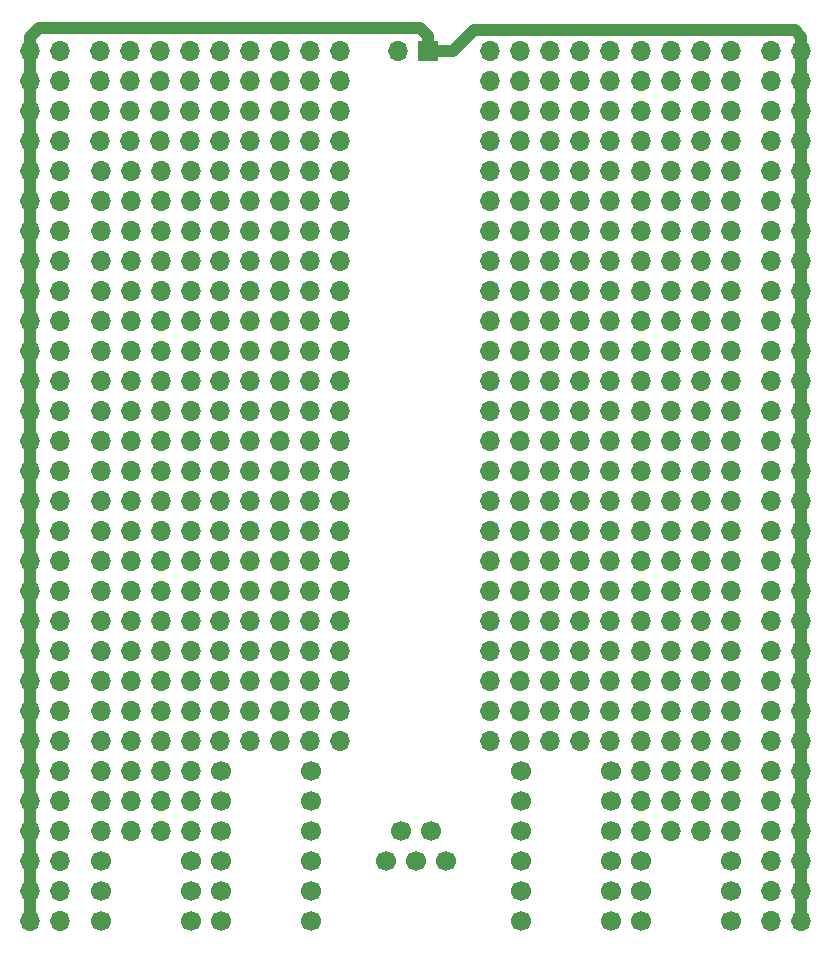
<source format=gbl>
G04 #@! TF.GenerationSoftware,KiCad,Pcbnew,(5.1.0)-1*
G04 #@! TF.CreationDate,2020-08-15T17:28:16-05:00*
G04 #@! TF.ProjectId,AltbierProto,416c7462-6965-4725-9072-6f746f2e6b69,rev?*
G04 #@! TF.SameCoordinates,Original*
G04 #@! TF.FileFunction,Copper,L2,Bot*
G04 #@! TF.FilePolarity,Positive*
%FSLAX46Y46*%
G04 Gerber Fmt 4.6, Leading zero omitted, Abs format (unit mm)*
G04 Created by KiCad (PCBNEW (5.1.0)-1) date 2020-08-15 17:28:16*
%MOMM*%
%LPD*%
G04 APERTURE LIST*
%ADD10C,1.700000*%
%ADD11O,1.700000X1.700000*%
%ADD12R,1.700000X1.700000*%
%ADD13C,1.000000*%
G04 APERTURE END LIST*
D10*
X132230000Y-123900000D03*
X124610000Y-123900000D03*
X132230000Y-126430000D03*
X124610000Y-126430000D03*
X132230000Y-128970000D03*
X124610000Y-128970000D03*
X122070000Y-128970000D03*
X114450000Y-128970000D03*
X122070000Y-126430000D03*
X114450000Y-126430000D03*
X122070000Y-123900000D03*
X114450000Y-123900000D03*
X150040000Y-123890000D03*
X157660000Y-123890000D03*
X150040000Y-126430000D03*
X157660000Y-126430000D03*
X150040000Y-128970000D03*
X157660000Y-128970000D03*
X157660000Y-116250000D03*
X150040000Y-116250000D03*
X124610000Y-116300000D03*
X132230000Y-116300000D03*
X124610000Y-121380000D03*
X132230000Y-121380000D03*
X132230000Y-118840000D03*
X124610000Y-118840000D03*
D11*
X157610000Y-67995000D03*
X155070000Y-67995000D03*
X152530000Y-67995000D03*
X149990000Y-67995000D03*
X147450000Y-67995000D03*
X134750000Y-67995000D03*
X132210000Y-67995000D03*
X129670000Y-67995000D03*
X127130000Y-67995000D03*
X124590000Y-67995000D03*
D10*
X150040000Y-118790000D03*
X157660000Y-118790000D03*
X157660000Y-121330000D03*
X150040000Y-121330000D03*
X167820000Y-123880000D03*
X160200000Y-123880000D03*
X167820000Y-126420000D03*
X160200000Y-126420000D03*
X167820000Y-128960000D03*
X160200000Y-128960000D03*
X139850000Y-121330000D03*
X142390000Y-121330000D03*
X138580000Y-123870000D03*
X143660000Y-123870000D03*
X141120000Y-123870000D03*
D11*
X139650000Y-55320000D03*
D12*
X142190000Y-55320000D03*
D11*
X171240000Y-55320000D03*
X173780000Y-128980000D03*
X171240000Y-128980000D03*
X173780000Y-126440000D03*
X171240000Y-126440000D03*
X173780000Y-123900000D03*
X171240000Y-123900000D03*
X173780000Y-121360000D03*
X171240000Y-121360000D03*
X173780000Y-118820000D03*
X171240000Y-118820000D03*
X173780000Y-116280000D03*
X171240000Y-116280000D03*
X173780000Y-113740000D03*
X171240000Y-113740000D03*
X173780000Y-111200000D03*
X171240000Y-111200000D03*
X173780000Y-108660000D03*
X171240000Y-108660000D03*
X173780000Y-106120000D03*
X171240000Y-106120000D03*
X173780000Y-103580000D03*
X171240000Y-103580000D03*
X173780000Y-101040000D03*
X171240000Y-101040000D03*
X173780000Y-98500000D03*
X171240000Y-98500000D03*
X173780000Y-95960000D03*
X171240000Y-95960000D03*
X173780000Y-93420000D03*
X171240000Y-93420000D03*
X173780000Y-90880000D03*
X171240000Y-90880000D03*
X173780000Y-88340000D03*
X171240000Y-88340000D03*
X173780000Y-85800000D03*
X171240000Y-85800000D03*
X173780000Y-83260000D03*
X171240000Y-83260000D03*
X173780000Y-80720000D03*
X171240000Y-80720000D03*
X173780000Y-78180000D03*
X171240000Y-78180000D03*
X173780000Y-75640000D03*
X171240000Y-75640000D03*
X173780000Y-73100000D03*
X171240000Y-73100000D03*
X173780000Y-70560000D03*
X171240000Y-70560000D03*
X173780000Y-68020000D03*
X171240000Y-68020000D03*
X173780000Y-65480000D03*
X171240000Y-65480000D03*
X173780000Y-62940000D03*
X171240000Y-62940000D03*
X173780000Y-60400000D03*
X171240000Y-60400000D03*
X173780000Y-57860000D03*
X171240000Y-57860000D03*
X173780000Y-55320000D03*
X111000000Y-55320000D03*
X108460000Y-57860000D03*
X111000000Y-57860000D03*
X108460000Y-60400000D03*
X111000000Y-60400000D03*
X108460000Y-62940000D03*
X111000000Y-62940000D03*
X108460000Y-65480000D03*
X111000000Y-65480000D03*
X108460000Y-68020000D03*
X111000000Y-68020000D03*
X108460000Y-70560000D03*
X111000000Y-70560000D03*
X108460000Y-73100000D03*
X111000000Y-73100000D03*
X108460000Y-75640000D03*
X111000000Y-75640000D03*
X108460000Y-78180000D03*
X111000000Y-78180000D03*
X108460000Y-80720000D03*
X111000000Y-80720000D03*
X108460000Y-83260000D03*
X111000000Y-83260000D03*
X108460000Y-85800000D03*
X111000000Y-85800000D03*
X108460000Y-88340000D03*
X111000000Y-88340000D03*
X108460000Y-90880000D03*
X111000000Y-90880000D03*
X108460000Y-93420000D03*
X111000000Y-93420000D03*
X108460000Y-95960000D03*
X111000000Y-95960000D03*
X108460000Y-98500000D03*
X111000000Y-98500000D03*
X108460000Y-101040000D03*
X111000000Y-101040000D03*
X108460000Y-103580000D03*
X111000000Y-103580000D03*
X108460000Y-106120000D03*
X111000000Y-106120000D03*
X108460000Y-108660000D03*
X111000000Y-108660000D03*
X108460000Y-111200000D03*
X111000000Y-111200000D03*
X108460000Y-113740000D03*
X111000000Y-113740000D03*
X108460000Y-116280000D03*
X111000000Y-116280000D03*
X108460000Y-118820000D03*
X111000000Y-118820000D03*
X108460000Y-121360000D03*
X111000000Y-121360000D03*
X108460000Y-123900000D03*
X111000000Y-123900000D03*
X108460000Y-126440000D03*
X111000000Y-126440000D03*
X108460000Y-128980000D03*
X111000000Y-128980000D03*
X108460000Y-55320000D03*
X122080000Y-111210000D03*
X119540000Y-111210000D03*
X117000000Y-111210000D03*
X114460000Y-111210000D03*
X122080000Y-101050000D03*
X119540000Y-101050000D03*
X117000000Y-101050000D03*
X114460000Y-101050000D03*
X114450000Y-90890000D03*
X116990000Y-90890000D03*
X119530000Y-90890000D03*
X122070000Y-90890000D03*
X122070000Y-83270000D03*
X119530000Y-83270000D03*
X116990000Y-83270000D03*
X114450000Y-83270000D03*
X114460000Y-103590000D03*
X117000000Y-103590000D03*
X119540000Y-103590000D03*
X122080000Y-103590000D03*
X122070000Y-93430000D03*
X119530000Y-93430000D03*
X116990000Y-93430000D03*
X114450000Y-93430000D03*
X122070000Y-85810000D03*
X119530000Y-85810000D03*
X116990000Y-85810000D03*
X114450000Y-85810000D03*
X114450000Y-88350000D03*
X116990000Y-88350000D03*
X119530000Y-88350000D03*
X122070000Y-88350000D03*
X122080000Y-98510000D03*
X119540000Y-98510000D03*
X117000000Y-98510000D03*
X114460000Y-98510000D03*
X114460000Y-95970000D03*
X117000000Y-95970000D03*
X119540000Y-95970000D03*
X122080000Y-95970000D03*
X122070000Y-75650000D03*
X119530000Y-75650000D03*
X116990000Y-75650000D03*
X114450000Y-75650000D03*
X114450000Y-80730000D03*
X116990000Y-80730000D03*
X119530000Y-80730000D03*
X122070000Y-80730000D03*
X122080000Y-108670000D03*
X119540000Y-108670000D03*
X117000000Y-108670000D03*
X114460000Y-108670000D03*
X114450000Y-78190000D03*
X116990000Y-78190000D03*
X119530000Y-78190000D03*
X122070000Y-78190000D03*
X114460000Y-106130000D03*
X117000000Y-106130000D03*
X119540000Y-106130000D03*
X122080000Y-106130000D03*
X114450000Y-116290000D03*
X116990000Y-116290000D03*
X119530000Y-116290000D03*
X122070000Y-116290000D03*
X122070000Y-121370000D03*
X119530000Y-121370000D03*
X116990000Y-121370000D03*
X114450000Y-121370000D03*
X114460000Y-113750000D03*
X117000000Y-113750000D03*
X119540000Y-113750000D03*
X122080000Y-113750000D03*
X122070000Y-118830000D03*
X119530000Y-118830000D03*
X116990000Y-118830000D03*
X114450000Y-118830000D03*
X114450000Y-70570000D03*
X116990000Y-70570000D03*
X119530000Y-70570000D03*
X122070000Y-70570000D03*
X122060000Y-60410000D03*
X119520000Y-60410000D03*
X116980000Y-60410000D03*
X114440000Y-60410000D03*
X122070000Y-73110000D03*
X119530000Y-73110000D03*
X116990000Y-73110000D03*
X114450000Y-73110000D03*
X114440000Y-62950000D03*
X116980000Y-62950000D03*
X119520000Y-62950000D03*
X122060000Y-62950000D03*
X122060000Y-57870000D03*
X119520000Y-57870000D03*
X116980000Y-57870000D03*
X114440000Y-57870000D03*
X122070000Y-65490000D03*
X119530000Y-65490000D03*
X116990000Y-65490000D03*
X114450000Y-65490000D03*
X114450000Y-68030000D03*
X116990000Y-68030000D03*
X119530000Y-68030000D03*
X122070000Y-68030000D03*
X114440000Y-55330000D03*
X116980000Y-55330000D03*
X119520000Y-55330000D03*
X122060000Y-55330000D03*
X167810000Y-116260000D03*
X165270000Y-116260000D03*
X162730000Y-116260000D03*
X160190000Y-116260000D03*
X160190000Y-118800000D03*
X162730000Y-118800000D03*
X165270000Y-118800000D03*
X167810000Y-118800000D03*
X160190000Y-121340000D03*
X162730000Y-121340000D03*
X165270000Y-121340000D03*
X167810000Y-121340000D03*
X167820000Y-113720000D03*
X165280000Y-113720000D03*
X162740000Y-113720000D03*
X160200000Y-113720000D03*
X167820000Y-106100000D03*
X165280000Y-106100000D03*
X162740000Y-106100000D03*
X160200000Y-106100000D03*
X160200000Y-111180000D03*
X162740000Y-111180000D03*
X165280000Y-111180000D03*
X167820000Y-111180000D03*
X160200000Y-108640000D03*
X162740000Y-108640000D03*
X165280000Y-108640000D03*
X167820000Y-108640000D03*
X160200000Y-101020000D03*
X162740000Y-101020000D03*
X165280000Y-101020000D03*
X167820000Y-101020000D03*
X167810000Y-90860000D03*
X165270000Y-90860000D03*
X162730000Y-90860000D03*
X160190000Y-90860000D03*
X167820000Y-103560000D03*
X165280000Y-103560000D03*
X162740000Y-103560000D03*
X160200000Y-103560000D03*
X160190000Y-93400000D03*
X162730000Y-93400000D03*
X165270000Y-93400000D03*
X167810000Y-93400000D03*
X167810000Y-88320000D03*
X165270000Y-88320000D03*
X162730000Y-88320000D03*
X160190000Y-88320000D03*
X167820000Y-95940000D03*
X165280000Y-95940000D03*
X162740000Y-95940000D03*
X160200000Y-95940000D03*
X160200000Y-98480000D03*
X162740000Y-98480000D03*
X165280000Y-98480000D03*
X167820000Y-98480000D03*
X160190000Y-85780000D03*
X162730000Y-85780000D03*
X165270000Y-85780000D03*
X167810000Y-85780000D03*
X167810000Y-80700000D03*
X165270000Y-80700000D03*
X162730000Y-80700000D03*
X160190000Y-80700000D03*
X160190000Y-83240000D03*
X162730000Y-83240000D03*
X165270000Y-83240000D03*
X167810000Y-83240000D03*
X167810000Y-78160000D03*
X165270000Y-78160000D03*
X162730000Y-78160000D03*
X160190000Y-78160000D03*
X160190000Y-75620000D03*
X162730000Y-75620000D03*
X165270000Y-75620000D03*
X167810000Y-75620000D03*
X167810000Y-70540000D03*
X165270000Y-70540000D03*
X162730000Y-70540000D03*
X160190000Y-70540000D03*
X160190000Y-73080000D03*
X162730000Y-73080000D03*
X165270000Y-73080000D03*
X167810000Y-73080000D03*
X167810000Y-68000000D03*
X165270000Y-68000000D03*
X162730000Y-68000000D03*
X160190000Y-68000000D03*
X160190000Y-65460000D03*
X162730000Y-65460000D03*
X165270000Y-65460000D03*
X167810000Y-65460000D03*
X167800000Y-62920000D03*
X165260000Y-62920000D03*
X162720000Y-62920000D03*
X160180000Y-62920000D03*
X160180000Y-60380000D03*
X162720000Y-60380000D03*
X165260000Y-60380000D03*
X167800000Y-60380000D03*
X160180000Y-57840000D03*
X162720000Y-57840000D03*
X165260000Y-57840000D03*
X167800000Y-57840000D03*
X167800000Y-55300000D03*
X165260000Y-55300000D03*
X162720000Y-55300000D03*
X160180000Y-55300000D03*
X124590000Y-95935000D03*
X127130000Y-95935000D03*
X129670000Y-95935000D03*
X132210000Y-95935000D03*
X134750000Y-95935000D03*
X147450000Y-95935000D03*
X149990000Y-95935000D03*
X152530000Y-95935000D03*
X155070000Y-95935000D03*
X157610000Y-95935000D03*
X157610000Y-106095000D03*
X155070000Y-106095000D03*
X152530000Y-106095000D03*
X149990000Y-106095000D03*
X147450000Y-106095000D03*
X134750000Y-106095000D03*
X132210000Y-106095000D03*
X129670000Y-106095000D03*
X127130000Y-106095000D03*
X124590000Y-106095000D03*
X157610000Y-113715000D03*
X155070000Y-113715000D03*
X152530000Y-113715000D03*
X149990000Y-113715000D03*
X147450000Y-113715000D03*
X134750000Y-113715000D03*
X132210000Y-113715000D03*
X129670000Y-113715000D03*
X127130000Y-113715000D03*
X124590000Y-113715000D03*
X124590000Y-111175000D03*
X127130000Y-111175000D03*
X129670000Y-111175000D03*
X132210000Y-111175000D03*
X134750000Y-111175000D03*
X147450000Y-111175000D03*
X149990000Y-111175000D03*
X152530000Y-111175000D03*
X155070000Y-111175000D03*
X157610000Y-111175000D03*
X124590000Y-108635000D03*
X127130000Y-108635000D03*
X129670000Y-108635000D03*
X132210000Y-108635000D03*
X134750000Y-108635000D03*
X147450000Y-108635000D03*
X149990000Y-108635000D03*
X152530000Y-108635000D03*
X155070000Y-108635000D03*
X157610000Y-108635000D03*
X157610000Y-98475000D03*
X155070000Y-98475000D03*
X152530000Y-98475000D03*
X149990000Y-98475000D03*
X147450000Y-98475000D03*
X134750000Y-98475000D03*
X132210000Y-98475000D03*
X129670000Y-98475000D03*
X127130000Y-98475000D03*
X124590000Y-98475000D03*
X124590000Y-103555000D03*
X127130000Y-103555000D03*
X129670000Y-103555000D03*
X132210000Y-103555000D03*
X134750000Y-103555000D03*
X147450000Y-103555000D03*
X149990000Y-103555000D03*
X152530000Y-103555000D03*
X155070000Y-103555000D03*
X157610000Y-103555000D03*
X157610000Y-101015000D03*
X155070000Y-101015000D03*
X152530000Y-101015000D03*
X149990000Y-101015000D03*
X147450000Y-101015000D03*
X134750000Y-101015000D03*
X132210000Y-101015000D03*
X129670000Y-101015000D03*
X127130000Y-101015000D03*
X124590000Y-101015000D03*
X124590000Y-75615000D03*
X127130000Y-75615000D03*
X129670000Y-75615000D03*
X132210000Y-75615000D03*
X134750000Y-75615000D03*
X147450000Y-75615000D03*
X149990000Y-75615000D03*
X152530000Y-75615000D03*
X155070000Y-75615000D03*
X157610000Y-75615000D03*
X157610000Y-85775000D03*
X155070000Y-85775000D03*
X152530000Y-85775000D03*
X149990000Y-85775000D03*
X147450000Y-85775000D03*
X134750000Y-85775000D03*
X132210000Y-85775000D03*
X129670000Y-85775000D03*
X127130000Y-85775000D03*
X124590000Y-85775000D03*
X157610000Y-93395000D03*
X155070000Y-93395000D03*
X152530000Y-93395000D03*
X149990000Y-93395000D03*
X147450000Y-93395000D03*
X134750000Y-93395000D03*
X132210000Y-93395000D03*
X129670000Y-93395000D03*
X127130000Y-93395000D03*
X124590000Y-93395000D03*
X124590000Y-90855000D03*
X127130000Y-90855000D03*
X129670000Y-90855000D03*
X132210000Y-90855000D03*
X134750000Y-90855000D03*
X147450000Y-90855000D03*
X149990000Y-90855000D03*
X152530000Y-90855000D03*
X155070000Y-90855000D03*
X157610000Y-90855000D03*
X124590000Y-88315000D03*
X127130000Y-88315000D03*
X129670000Y-88315000D03*
X132210000Y-88315000D03*
X134750000Y-88315000D03*
X147450000Y-88315000D03*
X149990000Y-88315000D03*
X152530000Y-88315000D03*
X155070000Y-88315000D03*
X157610000Y-88315000D03*
X157610000Y-78155000D03*
X155070000Y-78155000D03*
X152530000Y-78155000D03*
X149990000Y-78155000D03*
X147450000Y-78155000D03*
X134750000Y-78155000D03*
X132210000Y-78155000D03*
X129670000Y-78155000D03*
X127130000Y-78155000D03*
X124590000Y-78155000D03*
X124590000Y-83235000D03*
X127130000Y-83235000D03*
X129670000Y-83235000D03*
X132210000Y-83235000D03*
X134750000Y-83235000D03*
X147450000Y-83235000D03*
X149990000Y-83235000D03*
X152530000Y-83235000D03*
X155070000Y-83235000D03*
X157610000Y-83235000D03*
X157610000Y-80695000D03*
X155070000Y-80695000D03*
X152530000Y-80695000D03*
X149990000Y-80695000D03*
X147450000Y-80695000D03*
X134750000Y-80695000D03*
X132210000Y-80695000D03*
X129670000Y-80695000D03*
X127130000Y-80695000D03*
X124590000Y-80695000D03*
X124590000Y-65455000D03*
X127130000Y-65455000D03*
X129670000Y-65455000D03*
X132210000Y-65455000D03*
X134750000Y-65455000D03*
X147450000Y-65455000D03*
X149990000Y-65455000D03*
X152530000Y-65455000D03*
X155070000Y-65455000D03*
X157610000Y-65455000D03*
X124590000Y-73075000D03*
X127130000Y-73075000D03*
X129670000Y-73075000D03*
X132210000Y-73075000D03*
X134750000Y-73075000D03*
X147450000Y-73075000D03*
X149990000Y-73075000D03*
X152530000Y-73075000D03*
X155070000Y-73075000D03*
X157610000Y-73075000D03*
X157610000Y-70535000D03*
X155070000Y-70535000D03*
X152530000Y-70535000D03*
X149990000Y-70535000D03*
X147450000Y-70535000D03*
X134750000Y-70535000D03*
X132210000Y-70535000D03*
X129670000Y-70535000D03*
X127130000Y-70535000D03*
X124590000Y-70535000D03*
X124590000Y-60375000D03*
X127130000Y-60375000D03*
X129670000Y-60375000D03*
X132210000Y-60375000D03*
X134750000Y-60375000D03*
X147450000Y-60375000D03*
X149990000Y-60375000D03*
X152530000Y-60375000D03*
X155070000Y-60375000D03*
X157610000Y-60375000D03*
X157610000Y-62915000D03*
X155070000Y-62915000D03*
X152530000Y-62915000D03*
X149990000Y-62915000D03*
X147450000Y-62915000D03*
X134750000Y-62915000D03*
X132210000Y-62915000D03*
X129670000Y-62915000D03*
X127130000Y-62915000D03*
X124590000Y-62915000D03*
X124590000Y-57835000D03*
X127130000Y-57835000D03*
X129670000Y-57835000D03*
X132210000Y-57835000D03*
X134750000Y-57835000D03*
X147450000Y-57835000D03*
X149990000Y-57835000D03*
X152530000Y-57835000D03*
X155070000Y-57835000D03*
X157610000Y-57835000D03*
X157610000Y-55295000D03*
X155070000Y-55295000D03*
X152530000Y-55295000D03*
X149990000Y-55295000D03*
X147450000Y-55295000D03*
X134750000Y-55295000D03*
X132210000Y-55295000D03*
X129670000Y-55295000D03*
X127130000Y-55295000D03*
X124590000Y-55295000D03*
D13*
X108460000Y-128980000D02*
X108460000Y-55320000D01*
X173780000Y-128980000D02*
X173780000Y-55320000D01*
X173780000Y-54117919D02*
X173222081Y-53560000D01*
X173780000Y-55320000D02*
X173780000Y-54117919D01*
X173222081Y-53560000D02*
X146070000Y-53560000D01*
X144310000Y-55320000D02*
X142190000Y-55320000D01*
X146070000Y-53560000D02*
X144310000Y-55320000D01*
X142190000Y-54070000D02*
X142190000Y-55320000D01*
X141470000Y-53350000D02*
X142190000Y-54070000D01*
X109227919Y-53350000D02*
X141470000Y-53350000D01*
X108460000Y-54117919D02*
X109227919Y-53350000D01*
X108460000Y-55320000D02*
X108460000Y-54117919D01*
M02*

</source>
